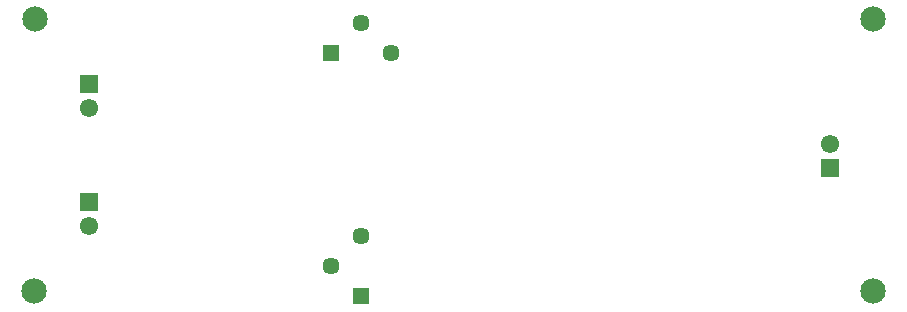
<source format=gbr>
G04*
G04 #@! TF.GenerationSoftware,Altium Limited,Altium Designer,23.8.1 (32)*
G04*
G04 Layer_Color=16711935*
%FSLAX43Y43*%
%MOMM*%
G71*
G04*
G04 #@! TF.SameCoordinates,4157314E-2F8B-4695-BFB2-F8FC6B21436D*
G04*
G04*
G04 #@! TF.FilePolarity,Negative*
G04*
G01*
G75*
%ADD31R,1.553X1.553*%
%ADD32C,1.553*%
%ADD33C,2.140*%
%ADD34R,1.453X1.453*%
%ADD35C,1.453*%
%ADD36R,1.453X1.453*%
D31*
X7627Y20550D02*
D03*
Y10550D02*
D03*
X70373Y13500D02*
D03*
D32*
X7627Y18550D02*
D03*
Y8550D02*
D03*
X70373Y15500D02*
D03*
D33*
X3000Y3050D02*
D03*
X3050Y26050D02*
D03*
X74050Y3050D02*
D03*
Y26050D02*
D03*
D34*
X28160Y23210D02*
D03*
D35*
X30700Y25750D02*
D03*
X33240Y23210D02*
D03*
X28125Y5175D02*
D03*
X30665Y7715D02*
D03*
D36*
Y2635D02*
D03*
M02*

</source>
